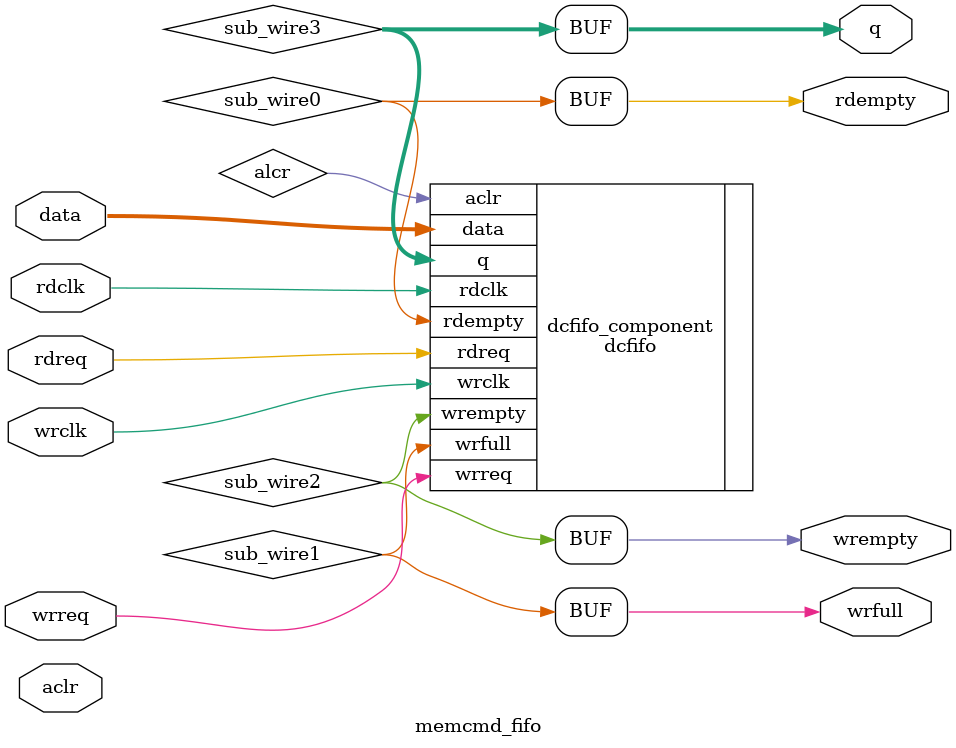
<source format=v>
`timescale 1 ps / 1 ps
module memcmd_fifo (
	aclr,
	data,
	rdclk,
	rdreq,
	wrclk,
	wrreq,
	q,
	rdempty,
	wrempty,
	wrfull);
	
	parameter FIFOSIZE = 16, FIFOSIZEWIDTH = 4, FIFOWIDTH = 28;

	input	  aclr;
	input	[FIFOWIDTH-1:0]  data;
	input	  rdclk;
	input	  rdreq;
	input	  wrclk;
	input	  wrreq;
	output	[FIFOWIDTH-1:0]  q;
	output	  rdempty;
	output	  wrempty;
	output	  wrfull;

	wire  sub_wire0;
	wire  sub_wire1;
	wire  sub_wire2;
	wire [FIFOWIDTH-1:0] sub_wire3;
	wire  rdempty = sub_wire0;
	wire  wrfull = sub_wire1;
	wire  wrempty = sub_wire2;
	wire [FIFOWIDTH-1:0] q = sub_wire3[FIFOWIDTH-1:0];

	dcfifo	dcfifo_component (
				.wrclk (wrclk),
				.rdreq (rdreq),
				.aclr (alcr),
				.rdclk (rdclk),
				.wrreq (wrreq),
				.data (data),
				.rdempty (sub_wire0),
				.wrfull (sub_wire1),
				.wrempty (sub_wire2),
				.q (sub_wire3)
				// synopsys translate_off
				,
				.rdfull (),
				.rdusedw (),
				.wrusedw ()
				// synopsys translate_on
				);
	defparam
		dcfifo_component.intended_device_family = "Stratix III",
		dcfifo_component.lpm_numwords = FIFOSIZE,
		dcfifo_component.lpm_showahead = "OFF",
		dcfifo_component.lpm_type = "dcfifo",
		dcfifo_component.lpm_width = FIFOWIDTH,
		dcfifo_component.lpm_widthu = FIFOSIZEWIDTH,
		dcfifo_component.overflow_checking = "OFF",
		dcfifo_component.rdsync_delaypipe = 5,
		dcfifo_component.underflow_checking = "OFF",
		dcfifo_component.use_eab = "ON",
		dcfifo_component.write_aclr_synch = "OFF",
		dcfifo_component.wrsync_delaypipe = 5;


endmodule

</source>
